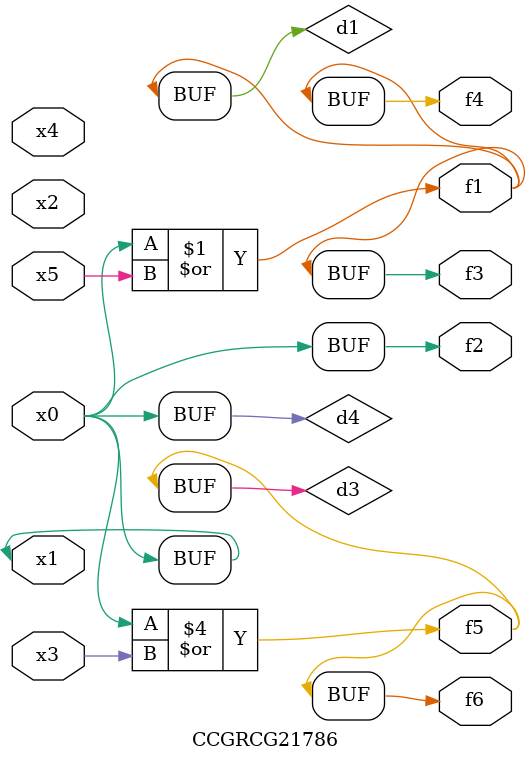
<source format=v>
module CCGRCG21786(
	input x0, x1, x2, x3, x4, x5,
	output f1, f2, f3, f4, f5, f6
);

	wire d1, d2, d3, d4;

	or (d1, x0, x5);
	xnor (d2, x1, x4);
	or (d3, x0, x3);
	buf (d4, x0, x1);
	assign f1 = d1;
	assign f2 = d4;
	assign f3 = d1;
	assign f4 = d1;
	assign f5 = d3;
	assign f6 = d3;
endmodule

</source>
